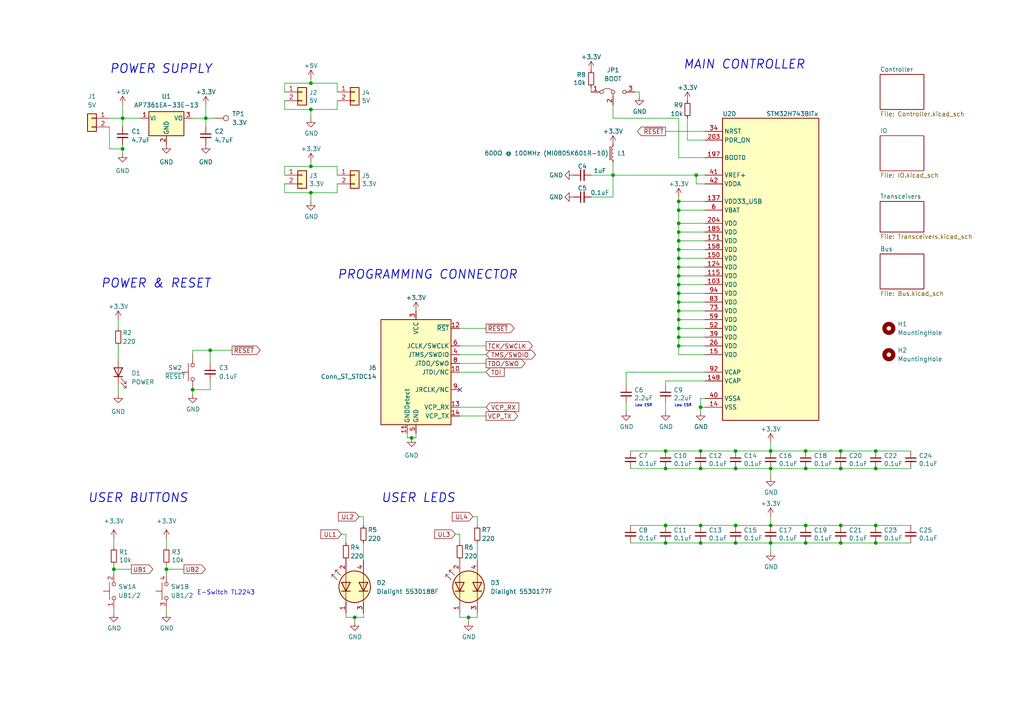
<source format=kicad_sch>
(kicad_sch (version 20230121) (generator eeschema)
  (paper "A4")
  (title_block (title "IVC-STH7") (rev "1"))
  (junction (at 201.93 50.8))
  (junction (at 203.2 118.11))
  (junction (at 196.85 77.47))
  (junction (at 196.85 80.01))
  (junction (at 135.89 179.07))
  (junction (at 48.26 165.1))
  (junction (at 203.2 152.4))
  (junction (at 196.85 92.71))
  (junction (at 203.2 130.81))
  (junction (at 254 152.4))
  (junction (at 119.38 127))
  (junction (at 223.52 157.48))
  (junction (at 177.8 50.8))
  (junction (at 90.17 31.75))
  (junction (at 213.36 157.48))
  (junction (at 193.04 135.89))
  (junction (at 196.85 58.42))
  (junction (at 233.68 130.81))
  (junction (at 196.85 97.79))
  (junction (at 213.36 152.4))
  (junction (at 243.84 135.89))
  (junction (at 233.68 135.89))
  (junction (at 35.56 43.18))
  (junction (at 223.52 135.89))
  (junction (at 196.85 67.31))
  (junction (at 196.85 82.55))
  (junction (at 213.36 130.81))
  (junction (at 233.68 152.4))
  (junction (at 193.04 130.81))
  (junction (at 223.52 152.4))
  (junction (at 196.85 90.17))
  (junction (at 193.04 152.4))
  (junction (at 196.85 72.39))
  (junction (at 196.85 60.96))
  (junction (at 196.85 74.93))
  (junction (at 90.17 24.13))
  (junction (at 196.85 64.77))
  (junction (at 196.85 100.33))
  (junction (at 254 157.48))
  (junction (at 196.85 69.85))
  (junction (at 213.36 135.89))
  (junction (at 196.85 95.25))
  (junction (at 59.69 34.29))
  (junction (at 243.84 130.81))
  (junction (at 243.84 157.48))
  (junction (at 233.68 157.48))
  (junction (at 203.2 135.89))
  (junction (at 102.87 179.07))
  (junction (at 196.85 87.63))
  (junction (at 203.2 157.48))
  (junction (at 243.84 152.4))
  (junction (at 90.17 48.26))
  (junction (at 223.52 130.81))
  (junction (at 90.17 55.88))
  (junction (at 193.04 157.48))
  (junction (at 35.56 34.29))
  (junction (at 254 135.89))
  (junction (at 55.88 113.03))
  (junction (at 60.96 101.6))
  (junction (at 196.85 85.09))
  (junction (at 33.02 165.1))
  (junction (at 254 130.81))
  (no_connect (at 133.35 113.03))
  (wire (pts (xy 133.35 154.94) (xy 133.35 157.48)))
  (wire (pts (xy 105.41 157.48) (xy 105.41 162.56)))
  (wire (pts (xy 203.2 152.4) (xy 213.36 152.4)))
  (wire (pts (xy 59.69 34.29) (xy 59.69 36.83)))
  (wire (pts (xy 182.88 130.81) (xy 193.04 130.81)))
  (wire (pts (xy 90.17 55.88) (xy 97.79 55.88)))
  (wire (pts (xy 254 130.81) (xy 264.16 130.81)))
  (wire (pts (xy 97.79 26.67) (xy 97.79 24.13)))
  (wire (pts (xy 171.45 57.15) (xy 177.8 57.15)))
  (wire (pts (xy 254 157.48) (xy 264.16 157.48)))
  (wire (pts (xy 82.55 31.75) (xy 82.55 29.21)))
  (wire (pts (xy 204.47 118.11) (xy 203.2 118.11)))
  (wire (pts (xy 193.04 130.81) (xy 203.2 130.81)))
  (wire (pts (xy 196.85 60.96) (xy 204.47 60.96)))
  (wire (pts (xy 196.85 92.71) (xy 196.85 90.17)))
  (wire (pts (xy 132.08 154.94) (xy 133.35 154.94)))
  (wire (pts (xy 133.35 102.87) (xy 140.97 102.87)))
  (wire (pts (xy 196.85 90.17) (xy 196.85 87.63)))
  (wire (pts (xy 204.47 100.33) (xy 196.85 100.33)))
  (wire (pts (xy 102.87 179.07) (xy 105.41 179.07)))
  (wire (pts (xy 196.85 87.63) (xy 204.47 87.63)))
  (wire (pts (xy 196.85 74.93) (xy 196.85 72.39)))
  (wire (pts (xy 90.17 48.26) (xy 90.17 46.99)))
  (wire (pts (xy 60.96 101.6) (xy 55.88 101.6)))
  (wire (pts (xy 203.2 157.48) (xy 213.36 157.48)))
  (wire (pts (xy 31.75 43.18) (xy 35.56 43.18)))
  (wire (pts (xy 133.35 120.65) (xy 140.97 120.65)))
  (wire (pts (xy 213.36 130.81) (xy 223.52 130.81)))
  (wire (pts (xy 118.11 127) (xy 119.38 127)))
  (wire (pts (xy 82.55 55.88) (xy 90.17 55.88)))
  (wire (pts (xy 243.84 135.89) (xy 254 135.89)))
  (wire (pts (xy 34.29 100.33) (xy 34.29 104.14)))
  (wire (pts (xy 196.85 82.55) (xy 196.85 80.01)))
  (wire (pts (xy 48.26 165.1) (xy 48.26 163.83)))
  (wire (pts (xy 223.52 149.86) (xy 223.52 152.4)))
  (wire (pts (xy 203.2 130.81) (xy 213.36 130.81)))
  (wire (pts (xy 55.88 34.29) (xy 59.69 34.29)))
  (wire (pts (xy 193.04 116.84) (xy 193.04 119.38)))
  (wire (pts (xy 133.35 105.41) (xy 140.97 105.41)))
  (wire (pts (xy 254 130.81) (xy 243.84 130.81)))
  (wire (pts (xy 33.02 165.1) (xy 33.02 163.83)))
  (wire (pts (xy 48.26 156.21) (xy 48.26 158.75)))
  (wire (pts (xy 133.35 179.07) (xy 135.89 179.07)))
  (wire (pts (xy 196.85 60.96) (xy 196.85 64.77)))
  (wire (pts (xy 196.85 72.39) (xy 196.85 69.85)))
  (wire (pts (xy 177.8 50.8) (xy 201.93 50.8)))
  (wire (pts (xy 33.02 165.1) (xy 33.02 166.37)))
  (wire (pts (xy 213.36 157.48) (xy 223.52 157.48)))
  (wire (pts (xy 193.04 110.49) (xy 193.04 111.76)))
  (wire (pts (xy 196.85 67.31) (xy 204.47 67.31)))
  (wire (pts (xy 243.84 157.48) (xy 254 157.48)))
  (wire (pts (xy 118.11 125.73) (xy 118.11 127)))
  (wire (pts (xy 35.56 41.91) (xy 35.56 43.18)))
  (wire (pts (xy 196.85 77.47) (xy 196.85 74.93)))
  (wire (pts (xy 102.87 180.34) (xy 102.87 179.07)))
  (wire (pts (xy 204.47 115.57) (xy 203.2 115.57)))
  (wire (pts (xy 67.31 101.6) (xy 60.96 101.6)))
  (wire (pts (xy 97.79 29.21) (xy 97.79 31.75)))
  (wire (pts (xy 100.33 177.8) (xy 100.33 179.07)))
  (wire (pts (xy 97.79 53.34) (xy 97.79 55.88)))
  (wire (pts (xy 138.43 177.8) (xy 138.43 179.07)))
  (wire (pts (xy 196.85 80.01) (xy 204.47 80.01)))
  (wire (pts (xy 90.17 34.29) (xy 90.17 31.75)))
  (wire (pts (xy 196.85 64.77) (xy 204.47 64.77)))
  (wire (pts (xy 55.88 101.6) (xy 55.88 102.87)))
  (wire (pts (xy 35.56 34.29) (xy 35.56 36.83)))
  (wire (pts (xy 196.85 34.29) (xy 196.85 45.72)))
  (wire (pts (xy 196.85 95.25) (xy 204.47 95.25)))
  (wire (pts (xy 196.85 72.39) (xy 204.47 72.39)))
  (wire (pts (xy 59.69 34.29) (xy 62.23 34.29)))
  (wire (pts (xy 105.41 149.86) (xy 105.41 152.4)))
  (wire (pts (xy 133.35 118.11) (xy 140.97 118.11)))
  (wire (pts (xy 31.75 36.83) (xy 31.75 43.18)))
  (wire (pts (xy 203.2 135.89) (xy 193.04 135.89)))
  (wire (pts (xy 138.43 157.48) (xy 138.43 162.56)))
  (wire (pts (xy 171.45 50.8) (xy 177.8 50.8)))
  (wire (pts (xy 243.84 130.81) (xy 233.68 130.81)))
  (wire (pts (xy 196.85 69.85) (xy 196.85 67.31)))
  (wire (pts (xy 203.2 135.89) (xy 213.36 135.89)))
  (wire (pts (xy 82.55 55.88) (xy 82.55 53.34)))
  (wire (pts (xy 196.85 85.09) (xy 204.47 85.09)))
  (wire (pts (xy 55.88 113.03) (xy 55.88 114.3)))
  (wire (pts (xy 196.85 57.15) (xy 196.85 58.42)))
  (wire (pts (xy 35.56 34.29) (xy 40.64 34.29)))
  (wire (pts (xy 204.47 107.95) (xy 181.61 107.95)))
  (wire (pts (xy 48.26 176.53) (xy 48.26 177.8)))
  (wire (pts (xy 181.61 107.95) (xy 181.61 111.76)))
  (wire (pts (xy 177.8 34.29) (xy 177.8 30.48)))
  (wire (pts (xy 120.65 125.73) (xy 120.65 127)))
  (wire (pts (xy 233.68 157.48) (xy 243.84 157.48)))
  (wire (pts (xy 137.16 149.86) (xy 138.43 149.86)))
  (wire (pts (xy 201.93 53.34) (xy 204.47 53.34)))
  (wire (pts (xy 100.33 154.94) (xy 100.33 157.48)))
  (wire (pts (xy 213.36 135.89) (xy 223.52 135.89)))
  (wire (pts (xy 196.85 85.09) (xy 196.85 82.55)))
  (wire (pts (xy 196.85 67.31) (xy 196.85 64.77)))
  (wire (pts (xy 90.17 48.26) (xy 97.79 48.26)))
  (wire (pts (xy 196.85 77.47) (xy 204.47 77.47)))
  (wire (pts (xy 33.02 156.21) (xy 33.02 158.75)))
  (wire (pts (xy 82.55 24.13) (xy 90.17 24.13)))
  (wire (pts (xy 135.89 180.34) (xy 135.89 179.07)))
  (wire (pts (xy 243.84 152.4) (xy 233.68 152.4)))
  (wire (pts (xy 204.47 110.49) (xy 193.04 110.49)))
  (wire (pts (xy 60.96 101.6) (xy 60.96 105.41)))
  (wire (pts (xy 204.47 50.8) (xy 201.93 50.8)))
  (wire (pts (xy 177.8 34.29) (xy 196.85 34.29)))
  (wire (pts (xy 254 135.89) (xy 264.16 135.89)))
  (wire (pts (xy 90.17 24.13) (xy 97.79 24.13)))
  (wire (pts (xy 171.45 25.4) (xy 171.45 26.67)))
  (wire (pts (xy 105.41 177.8) (xy 105.41 179.07)))
  (wire (pts (xy 203.2 118.11) (xy 203.2 119.38)))
  (wire (pts (xy 82.55 48.26) (xy 82.55 50.8)))
  (wire (pts (xy 203.2 115.57) (xy 203.2 118.11)))
  (wire (pts (xy 177.8 46.99) (xy 177.8 50.8)))
  (wire (pts (xy 223.52 157.48) (xy 233.68 157.48)))
  (wire (pts (xy 196.85 74.93) (xy 204.47 74.93)))
  (wire (pts (xy 34.29 111.76) (xy 34.29 114.3)))
  (wire (pts (xy 193.04 152.4) (xy 203.2 152.4)))
  (wire (pts (xy 196.85 60.96) (xy 196.85 58.42)))
  (wire (pts (xy 100.33 179.07) (xy 102.87 179.07)))
  (wire (pts (xy 138.43 149.86) (xy 138.43 152.4)))
  (wire (pts (xy 204.47 40.64) (xy 199.39 40.64)))
  (wire (pts (xy 193.04 157.48) (xy 182.88 157.48)))
  (wire (pts (xy 185.42 27.94) (xy 185.42 26.67)))
  (wire (pts (xy 199.39 34.29) (xy 199.39 40.64)))
  (wire (pts (xy 223.52 130.81) (xy 233.68 130.81)))
  (wire (pts (xy 196.85 87.63) (xy 196.85 85.09)))
  (wire (pts (xy 97.79 50.8) (xy 97.79 48.26)))
  (wire (pts (xy 196.85 100.33) (xy 196.85 97.79)))
  (wire (pts (xy 90.17 58.42) (xy 90.17 55.88)))
  (wire (pts (xy 223.52 135.89) (xy 233.68 135.89)))
  (wire (pts (xy 193.04 135.89) (xy 182.88 135.89)))
  (wire (pts (xy 196.85 92.71) (xy 204.47 92.71)))
  (wire (pts (xy 120.65 127) (xy 119.38 127)))
  (wire (pts (xy 35.56 43.18) (xy 35.56 44.45)))
  (wire (pts (xy 133.35 100.33) (xy 140.97 100.33)))
  (wire (pts (xy 177.8 50.8) (xy 177.8 57.15)))
  (wire (pts (xy 196.85 69.85) (xy 204.47 69.85)))
  (wire (pts (xy 196.85 80.01) (xy 196.85 77.47)))
  (wire (pts (xy 196.85 97.79) (xy 204.47 97.79)))
  (wire (pts (xy 33.02 176.53) (xy 33.02 177.8)))
  (wire (pts (xy 60.96 113.03) (xy 55.88 113.03)))
  (wire (pts (xy 82.55 31.75) (xy 90.17 31.75)))
  (wire (pts (xy 233.68 135.89) (xy 243.84 135.89)))
  (wire (pts (xy 223.52 135.89) (xy 223.52 138.43)))
  (wire (pts (xy 31.75 34.29) (xy 35.56 34.29)))
  (wire (pts (xy 223.52 152.4) (xy 233.68 152.4)))
  (wire (pts (xy 196.85 95.25) (xy 196.85 92.71)))
  (wire (pts (xy 204.47 102.87) (xy 196.85 102.87)))
  (wire (pts (xy 38.1 165.1) (xy 33.02 165.1)))
  (wire (pts (xy 196.85 90.17) (xy 204.47 90.17)))
  (wire (pts (xy 135.89 179.07) (xy 138.43 179.07)))
  (wire (pts (xy 133.35 107.95) (xy 140.97 107.95)))
  (wire (pts (xy 185.42 26.67) (xy 184.15 26.67)))
  (wire (pts (xy 53.34 165.1) (xy 48.26 165.1)))
  (wire (pts (xy 196.85 82.55) (xy 204.47 82.55)))
  (wire (pts (xy 182.88 152.4) (xy 193.04 152.4)))
  (wire (pts (xy 201.93 50.8) (xy 201.93 53.34)))
  (wire (pts (xy 48.26 165.1) (xy 48.26 166.37)))
  (wire (pts (xy 254 152.4) (xy 243.84 152.4)))
  (wire (pts (xy 254 152.4) (xy 264.16 152.4)))
  (wire (pts (xy 59.69 30.48) (xy 59.69 34.29)))
  (wire (pts (xy 34.29 92.71) (xy 34.29 95.25)))
  (wire (pts (xy 60.96 110.49) (xy 60.96 113.03)))
  (wire (pts (xy 223.52 157.48) (xy 223.52 160.02)))
  (wire (pts (xy 196.85 45.72) (xy 204.47 45.72)))
  (wire (pts (xy 196.85 100.33) (xy 196.85 102.87)))
  (wire (pts (xy 82.55 48.26) (xy 90.17 48.26)))
  (wire (pts (xy 213.36 152.4) (xy 223.52 152.4)))
  (wire (pts (xy 133.35 95.25) (xy 140.97 95.25)))
  (wire (pts (xy 104.14 149.86) (xy 105.41 149.86)))
  (wire (pts (xy 223.52 128.27) (xy 223.52 130.81)))
  (wire (pts (xy 90.17 31.75) (xy 97.79 31.75)))
  (wire (pts (xy 133.35 177.8) (xy 133.35 179.07)))
  (wire (pts (xy 82.55 24.13) (xy 82.55 26.67)))
  (wire (pts (xy 90.17 24.13) (xy 90.17 22.86)))
  (wire (pts (xy 181.61 116.84) (xy 181.61 119.38)))
  (wire (pts (xy 99.06 154.94) (xy 100.33 154.94)))
  (wire (pts (xy 203.2 157.48) (xy 193.04 157.48)))
  (wire (pts (xy 196.85 97.79) (xy 196.85 95.25)))
  (wire (pts (xy 193.04 38.1) (xy 204.47 38.1)))
  (wire (pts (xy 35.56 30.48) (xy 35.56 34.29)))
  (wire (pts (xy 196.85 58.42) (xy 204.47 58.42)))
  (text "MAIN CONTROLLER\n" (at 198.12 20.32 0) (effects (font (size 2.56 2.56) (thickness 0.254) bold italic) (justify left bottom)))
  (text "POWER SUPPLY" (at 31.75 21.59 0) (effects (font (size 2.56 2.56) (thickness 0.254) bold italic) (justify left bottom)))
  (text "POWER & RESET\n" (at 29.21 83.82 0) (effects (font (size 2.56 2.56) (thickness 0.254) bold italic) (justify left bottom)))
  (text "USER BUTTONS" (at 25.4 146.05 0) (effects (font (size 2.56 2.56) (thickness 0.254) bold italic) (justify left bottom)))
  (text "PROGRAMMING CONNECTOR\n" (at 97.79 81.28 0) (effects (font (size 2.56 2.56) (thickness 0.254) bold italic) (justify left bottom)))
  (text "USER LEDS" (at 110.49 146.05 0) (effects (font (size 2.56 2.56) (thickness 0.254) bold italic) (justify left bottom)))
  (text "E-Switch TL2243" (at 57.15 172.72 0) (effects (font (size 1.27 1.27)) (justify left bottom)))
  (text "Low ESR" (at 195.58 118.11 0) (effects (font (size 0.762 0.762)) (justify left bottom)))
  (text "Low ESR" (at 184.15 118.11 0) (effects (font (size 0.762 0.762)) (justify left bottom)))
  (global_label "UB1" (shape output) (at 38.1 165.1 0) (property "Intersheetrefs" "${INTERSHEET_REFS}" (effects hide)))
  (global_label "VCP_RX" (shape input) (at 140.97 118.11 0) (property "Intersheetrefs" "${INTERSHEET_REFS}" (effects hide)))
  (global_label "~{RESET}" (shape output) (at 193.04 38.1 180) (property "Intersheetrefs" "${INTERSHEET_REFS}" (effects hide)))
  (global_label "TDI" (shape input) (at 140.97 107.95 0) (property "Intersheetrefs" "${INTERSHEET_REFS}" (effects hide)))
  (global_label "UB2" (shape output) (at 53.34 165.1 0) (property "Intersheetrefs" "${INTERSHEET_REFS}" (effects hide)))
  (global_label "~{RESET}" (shape output) (at 140.97 95.25 0) (property "Intersheetrefs" "${INTERSHEET_REFS}" (effects hide)))
  (global_label "TMS{slash}SWDIO" (shape bidirectional) (at 140.97 102.87 0) (property "Intersheetrefs" "${INTERSHEET_REFS}" (effects hide)))
  (global_label "VCP_TX" (shape output) (at 140.97 120.65 0) (property "Intersheetrefs" "${INTERSHEET_REFS}" (effects hide)))
  (global_label "TCK{slash}SWCLK" (shape output) (at 140.97 100.33 0) (property "Intersheetrefs" "${INTERSHEET_REFS}" (effects hide)))
  (global_label "UL4" (shape input) (at 137.16 149.86 180) (property "Intersheetrefs" "${INTERSHEET_REFS}" (effects hide)))
  (global_label "UL3" (shape input) (at 132.08 154.94 180) (property "Intersheetrefs" "${INTERSHEET_REFS}" (effects hide)))
  (global_label "~{RESET}" (shape output) (at 67.31 101.6 0) (property "Intersheetrefs" "${INTERSHEET_REFS}" (effects hide)))
  (global_label "UL1" (shape input) (at 99.06 154.94 180) (property "Intersheetrefs" "${INTERSHEET_REFS}" (effects hide)))
  (global_label "UL2" (shape input) (at 104.14 149.86 180) (property "Intersheetrefs" "${INTERSHEET_REFS}" (effects hide)))
  (global_label "TDO{slash}SWO" (shape output) (at 140.97 105.41 0) (property "Intersheetrefs" "${INTERSHEET_REFS}" (effects hide)))
  (symbol (lib_id "Device:C_Small") (at 60.96 107.95 0) (unit 1)
    (property "Reference" "C3" (at 63.5 106.68 0) (effects (justify left)))
    (property "Value" "0.1uF" (at 63.5 109.22 0) (effects (justify left)))
    (property "Footprint" "Capacitor_SMD:C_0805_2012Metric_Pad1.18x1.45mm_HandSolder" (effects hide))
  )
  (symbol (lib_id "Device:R_Small") (at 133.35 160.02 0) (unit 1)
    (property "Reference" "R6" (at 134.62 158.75 0) (effects (justify left)))
    (property "Value" "220" (at 134.62 161.29 0) (effects (justify left)))
    (property "Footprint" "Resistor_SMD:R_0805_2012Metric_Pad1.20x1.40mm_HandSolder" (effects hide))
  )
  (symbol (lib_id "Device:LED_Dual_KAKA") (at 102.87 170.18 90) (unit 1)
    (property "Reference" "D2" (at 109.22 169.037 90) (effects (justify right)))
    (property "Value" "Dialight 5530188F" (at 109.22 171.577 90) (effects (justify right)))
    (property "Footprint" "Computie_Miscellaneous:Dialight 553-0xxxF" (effects hide))
  )
  (symbol (lib_id "Device:C_Small") (at 168.91 50.8 90) (unit 1)
    (property "Reference" "C4" (at 168.91 48.26 90))
    (property "Value" "1uF" (at 173.99 49.53 90))
    (property "Footprint" "Capacitor_SMD:C_0805_2012Metric_Pad1.18x1.45mm_HandSolder" (effects hide))
  )
  (symbol (lib_id "Device:C_Small") (at 233.68 133.35 0) (unit 1)
    (property "Reference" "C18" (at 236.0168 132.1816 0) (effects (justify left)))
    (property "Value" "0.1uF" (at 236.0168 134.493 0) (effects (justify left)))
    (property "Footprint" "Capacitor_SMD:C_0805_2012Metric_Pad1.18x1.45mm_HandSolder" (effects hide))
  )
  (symbol (lib_id "Device:R_Small") (at 48.26 161.29 0) (unit 1)
    (property "Reference" "R3" (at 49.7586 160.1216 0) (effects (justify left)))
    (property "Value" "10k" (at 49.7586 162.433 0) (effects (justify left)))
    (property "Footprint" "Resistor_SMD:R_0805_2012Metric_Pad1.20x1.40mm_HandSolder" (effects hide))
  )
  (symbol (lib_id "Computie_Microcontrollers:STM32H743BITx") (at 223.52 76.2 0) (unit 4)
    (property "Reference" "U2" (at 209.55 33.02 0) (effects (justify left)))
    (property "Value" "STM32H743BITx" (at 222.25 33.02 0) (effects (justify left)))
    (property "Footprint" "Package_QFP:LQFP-208_28x28mm_P0.5mm" (effects hide))
    (property "Datasheet" "https://www.st.com/resource/en/datasheet/stm32h743bi.pdf" (effects hide))
  )
  (symbol (lib_id "power:+3.3V") (at 59.69 30.48 0) (unit 1)
    (property "Reference" "#PWR011" (effects hide))
    (property "Value" "+3.3V" (at 59.69 26.67 0))
  )
  (symbol (lib_id "power:GND") (at 223.52 160.02 0) (unit 1)
    (property "Reference" "#PWR034" (effects hide))
    (property "Value" "GND" (at 223.647 164.4142 0))
  )
  (symbol (lib_id "Mechanical:MountingHole") (at 257.81 102.87 0) (unit 1)
    (property "Reference" "H2" (at 260.35 101.6 0) (effects (justify left)))
    (property "Value" "MountingHole" (at 260.35 104.14 0) (effects (justify left)))
    (property "Footprint" "MountingHole:MountingHole_2.7mm_M2.5_DIN965" (effects hide))
  )
  (symbol (lib_id "Device:R_Small") (at 100.33 160.02 0) (unit 1)
    (property "Reference" "R4" (at 101.6 158.75 0) (effects (justify left)))
    (property "Value" "220" (at 101.6 161.29 0) (effects (justify left)))
    (property "Footprint" "Resistor_SMD:R_0805_2012Metric_Pad1.20x1.40mm_HandSolder" (effects hide))
  )
  (symbol (lib_id "Device:C_Small") (at 254 133.35 0) (unit 1)
    (property "Reference" "C22" (at 256.3368 132.1816 0) (effects (justify left)))
    (property "Value" "0.1uF" (at 256.3368 134.493 0) (effects (justify left)))
    (property "Footprint" "Capacitor_SMD:C_0805_2012Metric_Pad1.18x1.45mm_HandSolder" (effects hide))
  )
  (symbol (lib_id "power:+3.3V") (at 223.52 128.27 0) (unit 1)
    (property "Reference" "#PWR031" (effects hide))
    (property "Value" "+3.3V" (at 223.52 124.46 0))
  )
  (symbol (lib_id "Connector_Generic:Conn_01x02") (at 102.87 50.8 0) (unit 1)
    (property "Reference" "J5" (at 104.902 51.0032 0) (effects (justify left)))
    (property "Value" "3.3V" (at 104.902 53.3146 0) (effects (justify left)))
    (property "Footprint" "Connector_PinHeader_2.54mm:PinHeader_1x02_P2.54mm_Vertical" (effects hide))
  )
  (symbol (lib_id "Device:C_Small") (at 264.16 154.94 0) (unit 1)
    (property "Reference" "C25" (at 266.4968 153.7716 0) (effects (justify left)))
    (property "Value" "0.1uF" (at 266.4968 156.083 0) (effects (justify left)))
    (property "Footprint" "Capacitor_SMD:C_0805_2012Metric_Pad1.18x1.45mm_HandSolder" (effects hide))
  )
  (symbol (lib_id "Switch:SW_Push_Dual_x2") (at 33.02 171.45 90) (unit 1)
    (property "Reference" "SW1" (at 34.29 170.18 90) (effects (justify right)))
    (property "Value" "UB1/2" (at 34.29 172.72 90) (effects (justify right)))
    (property "Footprint" "Computie_Miscellaneous:E-Switch TL2243" (effects hide))
  )
  (symbol (lib_id "Device:R_Small") (at 171.45 22.86 0) (mirror y) (unit 1)
    (property "Reference" "R8" (at 169.9514 21.6916 0) (effects (justify left)))
    (property "Value" "10k" (at 169.9514 24.003 0) (effects (justify left)))
    (property "Footprint" "Resistor_SMD:R_0805_2012Metric_Pad1.20x1.40mm_HandSolder" (effects hide))
  )
  (symbol (lib_id "Device:R_Small") (at 34.29 97.79 0) (unit 1)
    (property "Reference" "R2" (at 35.56 96.52 0) (effects (justify left)))
    (property "Value" "220" (at 35.56 99.06 0) (effects (justify left)))
    (property "Footprint" "Resistor_SMD:R_0805_2012Metric_Pad1.20x1.40mm_HandSolder" (effects hide))
  )
  (symbol (lib_id "Device:C_Small") (at 181.61 114.3 0) (unit 1)
    (property "Reference" "C6" (at 183.9468 113.1316 0) (effects (justify left)))
    (property "Value" "2.2uF" (at 183.9468 115.443 0) (effects (justify left)))
    (property "Footprint" "Capacitor_SMD:C_0805_2012Metric_Pad1.18x1.45mm_HandSolder" (effects hide))
  )
  (symbol (lib_id "power:+3.3V") (at 171.45 20.32 0) (unit 1)
    (property "Reference" "#PWR023" (effects hide))
    (property "Value" "+3.3V" (at 171.45 16.51 0))
  )
  (symbol (lib_id "Connector:TestPoint") (at 62.23 34.29 270) (unit 1)
    (property "Reference" "TP1" (at 67.31 33.02 90) (effects (justify left)))
    (property "Value" "3.3V" (at 67.31 35.56 90) (effects (justify left)))
    (property "Footprint" "TestPoint:TestPoint_THTPad_2.0x2.0mm_Drill1.0mm" (effects hide))
  )
  (symbol (lib_id "power:GND") (at 193.04 119.38 0) (unit 1)
    (property "Reference" "#PWR027" (effects hide))
    (property "Value" "GND" (at 193.167 123.7742 0))
  )
  (symbol (lib_id "power:+5V") (at 35.56 30.48 0) (unit 1)
    (property "Reference" "#PWR05" (effects hide))
    (property "Value" "+5V" (at 35.56 26.67 0))
  )
  (symbol (lib_id "Connector_Generic:Conn_01x02") (at 87.63 26.67 0) (unit 1)
    (property "Reference" "J2" (at 89.662 26.8732 0) (effects (justify left)))
    (property "Value" "5V" (at 89.662 29.1846 0) (effects (justify left)))
    (property "Footprint" "Connector_PinHeader_2.54mm:PinHeader_1x02_P2.54mm_Vertical" (effects hide))
  )
  (symbol (lib_id "Device:C_Small") (at 168.91 57.15 90) (unit 1)
    (property "Reference" "C5" (at 168.91 54.61 90))
    (property "Value" "0.1uF" (at 173.99 55.88 90))
    (property "Footprint" "Capacitor_SMD:C_0805_2012Metric_Pad1.18x1.45mm_HandSolder" (effects hide))
  )
  (symbol (lib_id "Connector_Generic:Conn_01x02") (at 102.87 26.67 0) (unit 1)
    (property "Reference" "J4" (at 104.902 26.8732 0) (effects (justify left)))
    (property "Value" "5V" (at 104.902 29.1846 0) (effects (justify left)))
    (property "Footprint" "Connector_PinHeader_2.54mm:PinHeader_1x02_P2.54mm_Vertical" (effects hide))
  )
  (symbol (lib_id "Device:C_Small") (at 203.2 154.94 0) (unit 1)
    (property "Reference" "C13" (at 205.5368 153.7716 0) (effects (justify left)))
    (property "Value" "0.1uF" (at 205.5368 156.083 0) (effects (justify left)))
    (property "Footprint" "Capacitor_SMD:C_0805_2012Metric_Pad1.18x1.45mm_HandSolder" (effects hide))
  )
  (symbol (lib_id "Device:C_Small") (at 182.88 154.94 0) (unit 1)
    (property "Reference" "C8" (at 185.2168 153.7716 0) (effects (justify left)))
    (property "Value" "0.1uF" (at 185.2168 156.083 0) (effects (justify left)))
    (property "Footprint" "Capacitor_SMD:C_0805_2012Metric_Pad1.18x1.45mm_HandSolder" (effects hide))
  )
  (symbol (lib_id "power:+3.3V") (at 48.26 156.21 0) (unit 1)
    (property "Reference" "#PWR08" (effects hide))
    (property "Value" "+3.3V" (at 48.26 151.13 0))
  )
  (symbol (lib_id "power:GND") (at 102.87 180.34 0) (unit 1)
    (property "Reference" "#PWR017" (effects hide))
    (property "Value" "GND" (at 102.997 184.7342 0))
  )
  (symbol (lib_id "power:+3.3V") (at 199.39 29.21 0) (unit 1)
    (property "Reference" "#PWR029" (effects hide))
    (property "Value" "+3.3V" (at 199.39 25.4 0))
  )
  (symbol (lib_id "power:GND") (at 185.42 27.94 0) (unit 1)
    (property "Reference" "#PWR026" (effects hide))
    (property "Value" "GND" (at 185.547 32.3342 0))
  )
  (symbol (lib_id "Device:C_Small") (at 254 154.94 0) (unit 1)
    (property "Reference" "C23" (at 256.3368 153.7716 0) (effects (justify left)))
    (property "Value" "0.1uF" (at 256.3368 156.083 0) (effects (justify left)))
    (property "Footprint" "Capacitor_SMD:C_0805_2012Metric_Pad1.18x1.45mm_HandSolder" (effects hide))
  )
  (symbol (lib_id "Connector:Conn_ST_STDC14") (at 120.65 107.95 0) (unit 1)
    (property "Reference" "J6" (at 109.22 106.68 0) (effects (justify right)))
    (property "Value" "Conn_ST_STDC14" (at 109.22 109.22 0) (effects (justify right)))
    (property "Footprint" "Connector_PinHeader_1.27mm:PinHeader_2x07_P1.27mm_Vertical_SMD" (effects hide))
    (property "Datasheet" "https://www.st.com/content/ccc/resource/technical/document/user_manual/group1/99/49/91/b6/b2/3a/46/e5/DM00526767/files/DM00526767.pdf/jcr:content/translations/en.DM00526767.pdf" (effects hide))
  )
  (symbol (lib_id "power:GND") (at 181.61 119.38 0) (unit 1)
    (property "Reference" "#PWR025" (effects hide))
    (property "Value" "GND" (at 181.737 123.7742 0))
  )
  (symbol (lib_id "Device:C_Small") (at 243.84 154.94 0) (unit 1)
    (property "Reference" "C21" (at 246.1768 153.7716 0) (effects (justify left)))
    (property "Value" "0.1uF" (at 246.1768 156.083 0) (effects (justify left)))
    (property "Footprint" "Capacitor_SMD:C_0805_2012Metric_Pad1.18x1.45mm_HandSolder" (effects hide))
  )
  (symbol (lib_id "power:+5V") (at 90.17 22.86 0) (unit 1)
    (property "Reference" "#PWR013" (effects hide))
    (property "Value" "+5V" (at 90.17 19.05 0))
  )
  (symbol (lib_id "power:GND") (at 203.2 119.38 0) (unit 1)
    (property "Reference" "#PWR030" (effects hide))
    (property "Value" "GND" (at 203.327 123.7742 0))
  )
  (symbol (lib_id "Device:C_Small") (at 193.04 133.35 0) (unit 1)
    (property "Reference" "C10" (at 195.3768 132.1816 0) (effects (justify left)))
    (property "Value" "0.1uF" (at 195.3768 134.493 0) (effects (justify left)))
    (property "Footprint" "Capacitor_SMD:C_0805_2012Metric_Pad1.18x1.45mm_HandSolder" (effects hide))
  )
  (symbol (lib_id "power:GND") (at 34.29 114.3 0) (unit 1)
    (property "Reference" "#PWR04" (effects hide))
    (property "Value" "GND" (at 34.29 119.38 0))
  )
  (symbol (lib_id "power:GND") (at 33.02 177.8 0) (unit 1)
    (property "Reference" "#PWR02" (effects hide))
    (property "Value" "GND" (at 33.147 182.1942 0))
  )
  (symbol (lib_id "power:GND") (at 119.38 127 0) (unit 1)
    (property "Reference" "#PWR018" (effects hide))
    (property "Value" "GND" (at 119.38 132.08 0))
  )
  (symbol (lib_id "Device:R_Small") (at 105.41 154.94 0) (unit 1)
    (property "Reference" "R5" (at 106.68 153.67 0) (effects (justify left)))
    (property "Value" "220" (at 106.68 156.21 0) (effects (justify left)))
    (property "Footprint" "Resistor_SMD:R_0805_2012Metric_Pad1.20x1.40mm_HandSolder" (effects hide))
  )
  (symbol (lib_id "Device:C_Small") (at 213.36 154.94 0) (unit 1)
    (property "Reference" "C15" (at 215.6968 153.7716 0) (effects (justify left)))
    (property "Value" "0.1uF" (at 215.6968 156.083 0) (effects (justify left)))
    (property "Footprint" "Capacitor_SMD:C_0805_2012Metric_Pad1.18x1.45mm_HandSolder" (effects hide))
  )
  (symbol (lib_id "Switch:SW_Push_Dual_x2") (at 48.26 171.45 90) (unit 2)
    (property "Reference" "SW1" (at 49.53 170.18 90) (effects (justify right)))
    (property "Value" "UB1/2" (at 49.53 172.72 90) (effects (justify right)))
    (property "Footprint" "Computie_Miscellaneous:E-Switch TL2243" (effects hide))
  )
  (symbol (lib_id "Device:C_Small") (at 182.88 133.35 0) (unit 1)
    (property "Reference" "C7" (at 185.2168 132.1816 0) (effects (justify left)))
    (property "Value" "0.1uF" (at 185.2168 134.493 0) (effects (justify left)))
    (property "Footprint" "Capacitor_SMD:C_0805_2012Metric_Pad1.18x1.45mm_HandSolder" (effects hide))
  )
  (symbol (lib_id "power:GND") (at 90.17 34.29 0) (unit 1)
    (property "Reference" "#PWR014" (effects hide))
    (property "Value" "GND" (at 90.297 38.6842 0))
  )
  (symbol (lib_id "Device:C_Small") (at 59.69 39.37 0) (unit 1)
    (property "Reference" "C2" (at 62.23 38.1 0) (effects (justify left)))
    (property "Value" "4.7uF" (at 62.23 40.64 0) (effects (justify left)))
    (property "Footprint" "Capacitor_SMD:C_1206_3216Metric_Pad1.33x1.80mm_HandSolder" (effects hide))
  )
  (symbol (lib_id "power:GND") (at 166.37 57.15 270) (unit 1)
    (property "Reference" "#PWR022" (effects hide))
    (property "Value" "GND" (at 161.29 57.15 90))
  )
  (symbol (lib_id "Mechanical:MountingHole") (at 257.81 95.25 0) (unit 1)
    (property "Reference" "H1" (at 260.35 93.98 0) (effects (justify left)))
    (property "Value" "MountingHole" (at 260.35 96.52 0) (effects (justify left)))
    (property "Footprint" "MountingHole:MountingHole_2.7mm_M2.5_DIN965" (effects hide))
  )
  (symbol (lib_id "Device:C_Small") (at 233.68 154.94 0) (unit 1)
    (property "Reference" "C19" (at 236.0168 153.7716 0) (effects (justify left)))
    (property "Value" "0.1uF" (at 236.0168 156.083 0) (effects (justify left)))
    (property "Footprint" "Capacitor_SMD:C_0805_2012Metric_Pad1.18x1.45mm_HandSolder" (effects hide))
  )
  (symbol (lib_id "Jumper:Jumper_3_Bridged12") (at 177.8 26.67 0) (unit 1)
    (property "Reference" "JP1" (at 177.8 20.32 0))
    (property "Value" "BOOT" (at 177.8 22.86 0))
    (property "Footprint" "Connector_PinHeader_2.54mm:PinHeader_1x03_P2.54mm_Vertical" (effects hide))
  )
  (symbol (lib_id "power:GND") (at 90.17 58.42 0) (unit 1)
    (property "Reference" "#PWR016" (effects hide))
    (property "Value" "GND" (at 90.297 62.8142 0))
  )
  (symbol (lib_id "power:+3.3V") (at 120.65 90.17 0) (unit 1)
    (property "Reference" "#PWR019" (effects hide))
    (property "Value" "+3.3V" (at 120.65 86.36 0))
  )
  (symbol (lib_id "Regulator_Linear:AP7361C-33E") (at 48.26 34.29 0) (unit 1)
    (property "Reference" "U1" (at 48.26 27.94 0))
    (property "Value" "AP7361EA-33E-13" (at 48.26 30.48 0))
    (property "Footprint" "Package_TO_SOT_SMD:SOT-223" (effects hide))
    (property "Datasheet" "https://www.diodes.com/assets/Datasheets/AP7361C.pdf" (effects hide))
  )
  (symbol (lib_id "Switch:SW_Push") (at 55.88 107.95 90) (unit 1)
    (property "Reference" "SW2" (at 50.8 106.68 90))
    (property "Value" "~{RESET}" (at 50.8 109.22 90))
    (property "Footprint" "Button_Switch_THT:SW_PUSH_6mm" (effects hide))
  )
  (symbol (lib_id "power:GND") (at 48.26 177.8 0) (unit 1)
    (property "Reference" "#PWR09" (effects hide))
    (property "Value" "GND" (at 48.387 182.1942 0))
  )
  (symbol (lib_id "Device:L_Ferrite_Small") (at 177.8 44.45 180) (unit 1)
    (property "Reference" "L1" (at 179.07 44.45 0) (effects (justify right)))
    (property "Value" "600Ω @ 100MHz (MI0805K601R-10)" (at 176.53 44.45 0) (effects (justify left)))
    (property "Footprint" "PCM_Ferrite_SMD_Handsoldering_AKL:Ferrite_0805_2012Metric_Pad1.15x1.40mm_BigPads" (effects hide))
  )
  (symbol (lib_id "Device:R_Small") (at 33.02 161.29 0) (unit 1)
    (property "Reference" "R1" (at 34.5186 160.1216 0) (effects (justify left)))
    (property "Value" "10k" (at 34.5186 162.433 0) (effects (justify left)))
    (property "Footprint" "Resistor_SMD:R_0805_2012Metric_Pad1.20x1.40mm_HandSolder" (effects hide))
  )
  (symbol (lib_id "Device:R_Small") (at 138.43 154.94 0) (unit 1)
    (property "Reference" "R7" (at 139.7 153.67 0) (effects (justify left)))
    (property "Value" "220" (at 139.7 156.21 0) (effects (justify left)))
    (property "Footprint" "Resistor_SMD:R_0805_2012Metric_Pad1.20x1.40mm_HandSolder" (effects hide))
  )
  (symbol (lib_id "Device:C_Small") (at 223.52 133.35 0) (unit 1)
    (property "Reference" "C16" (at 225.8568 132.1816 0) (effects (justify left)))
    (property "Value" "0.1uF" (at 225.8568 134.493 0) (effects (justify left)))
    (property "Footprint" "Capacitor_SMD:C_0805_2012Metric_Pad1.18x1.45mm_HandSolder" (effects hide))
  )
  (symbol (lib_id "power:GND") (at 59.69 41.91 0) (unit 1)
    (property "Reference" "#PWR012" (effects hide))
    (property "Value" "GND" (at 59.69 46.99 0))
  )
  (symbol (lib_id "power:GND") (at 135.89 180.34 0) (unit 1)
    (property "Reference" "#PWR020" (effects hide))
    (property "Value" "GND" (at 136.017 184.7342 0))
  )
  (symbol (lib_id "Connector_Generic:Conn_01x02") (at 26.67 34.29 0) (mirror y) (unit 1)
    (property "Reference" "J1" (at 26.67 27.94 0))
    (property "Value" "5V" (at 26.67 30.48 0))
    (property "Footprint" "Connector_PinHeader_2.54mm:PinHeader_1x02_P2.54mm_Vertical" (effects hide))
  )
  (symbol (lib_id "Device:C_Small") (at 193.04 114.3 0) (unit 1)
    (property "Reference" "C9" (at 195.3768 113.1316 0) (effects (justify left)))
    (property "Value" "2.2uF" (at 195.3768 115.443 0) (effects (justify left)))
    (property "Footprint" "Capacitor_SMD:C_0805_2012Metric_Pad1.18x1.45mm_HandSolder" (effects hide))
  )
  (symbol (lib_id "power:GND") (at 48.26 41.91 0) (unit 1)
    (property "Reference" "#PWR07" (effects hide))
    (property "Value" "GND" (at 48.26 46.99 0))
  )
  (symbol (lib_id "power:+3.3V") (at 90.17 46.99 0) (unit 1)
    (property "Reference" "#PWR015" (effects hide))
    (property "Value" "+3.3V" (at 90.17 43.18 0))
  )
  (symbol (lib_id "power:GND") (at 166.37 50.8 270) (unit 1)
    (property "Reference" "#PWR021" (effects hide))
    (property "Value" "GND" (at 161.29 50.8 90))
  )
  (symbol (lib_id "power:GND") (at 55.88 114.3 0) (unit 1)
    (property "Reference" "#PWR010" (effects hide))
    (property "Value" "GND" (at 56.007 118.6942 0))
  )
  (symbol (lib_id "Device:C_Small") (at 203.2 133.35 0) (unit 1)
    (property "Reference" "C12" (at 205.5368 132.1816 0) (effects (justify left)))
    (property "Value" "0.1uF" (at 205.5368 134.493 0) (effects (justify left)))
    (property "Footprint" "Capacitor_SMD:C_0805_2012Metric_Pad1.18x1.45mm_HandSolder" (effects hide))
  )
  (symbol (lib_id "power:GND") (at 223.52 138.43 0) (unit 1)
    (property "Reference" "#PWR032" (effects hide))
    (property "Value" "GND" (at 223.647 142.8242 0))
  )
  (symbol (lib_id "Device:C_Small") (at 213.36 133.35 0) (unit 1)
    (property "Reference" "C14" (at 215.6968 132.1816 0) (effects (justify left)))
    (property "Value" "0.1uF" (at 215.6968 134.493 0) (effects (justify left)))
    (property "Footprint" "Capacitor_SMD:C_0805_2012Metric_Pad1.18x1.45mm_HandSolder" (effects hide))
  )
  (symbol (lib_id "power:+3.3V") (at 34.29 92.71 0) (unit 1)
    (property "Reference" "#PWR03" (effects hide))
    (property "Value" "+3.3V" (at 34.29 88.9 0))
  )
  (symbol (lib_id "Device:C_Small") (at 193.04 154.94 0) (unit 1)
    (property "Reference" "C11" (at 195.3768 153.7716 0) (effects (justify left)))
    (property "Value" "0.1uF" (at 195.3768 156.083 0) (effects (justify left)))
    (property "Footprint" "Capacitor_SMD:C_0805_2012Metric_Pad1.18x1.45mm_HandSolder" (effects hide))
  )
  (symbol (lib_id "Device:C_Small") (at 35.56 39.37 0) (unit 1)
    (property "Reference" "C1" (at 38.1 38.1 0) (effects (justify left)))
    (property "Value" "4.7uF" (at 38.1 40.64 0) (effects (justify left)))
    (property "Footprint" "Capacitor_SMD:C_1206_3216Metric_Pad1.33x1.80mm_HandSolder" (effects hide))
  )
  (symbol (lib_id "Device:R_Small") (at 199.39 31.75 0) (mirror y) (unit 1)
    (property "Reference" "R9" (at 198.12 30.48 0) (effects (justify left)))
    (property "Value" "10k" (at 198.12 33.02 0) (effects (justify left)))
    (property "Footprint" "Resistor_SMD:R_0805_2012Metric_Pad1.20x1.40mm_HandSolder" (effects hide))
  )
  (symbol (lib_id "Device:C_Small") (at 223.52 154.94 0) (unit 1)
    (property "Reference" "C17" (at 225.8568 153.7716 0) (effects (justify left)))
    (property "Value" "0.1uF" (at 225.8568 156.083 0) (effects (justify left)))
    (property "Footprint" "Capacitor_SMD:C_0805_2012Metric_Pad1.18x1.45mm_HandSolder" (effects hide))
  )
  (symbol (lib_id "power:+3.3V") (at 196.85 57.15 0) (unit 1)
    (property "Reference" "#PWR028" (effects hide))
    (property "Value" "+3.3V" (at 196.85 53.34 0))
  )
  (symbol (lib_id "Device:LED_Dual_KAKA") (at 135.89 170.18 90) (unit 1)
    (property "Reference" "D3" (at 142.24 169.037 90) (effects (justify right)))
    (property "Value" "Dialight 5530177F" (at 142.24 171.577 90) (effects (justify right)))
    (property "Footprint" "Computie_Miscellaneous:Dialight 553-0xxxF" (effects hide))
  )
  (symbol (lib_id "power:+3.3V") (at 33.02 156.21 0) (unit 1)
    (property "Reference" "#PWR01" (effects hide))
    (property "Value" "+3.3V" (at 33.02 151.13 0))
  )
  (symbol (lib_id "Device:LED") (at 34.29 107.95 90) (unit 1)
    (property "Reference" "D1" (at 38.1 108.2674 90) (effects (justify right)))
    (property "Value" "POWER" (at 38.1 110.8074 90) (effects (justify right)))
    (property "Footprint" "LED_SMD:LED_PLCC-2_3.4x3.0mm_KA" (effects hide))
  )
  (symbol (lib_id "power:+3.3V") (at 223.52 149.86 0) (unit 1)
    (property "Reference" "#PWR033" (effects hide))
    (property "Value" "+3.3V" (at 223.52 146.05 0))
  )
  (symbol (lib_id "power:GND") (at 35.56 44.45 0) (unit 1)
    (property "Reference" "#PWR06" (effects hide))
    (property "Value" "GND" (at 35.56 49.53 0))
  )
  (symbol (lib_id "Connector_Generic:Conn_01x02") (at 87.63 50.8 0) (unit 1)
    (property "Reference" "J3" (at 89.662 51.0032 0) (effects (justify left)))
    (property "Value" "3.3V" (at 89.662 53.3146 0) (effects (justify left)))
    (property "Footprint" "Connector_PinHeader_2.54mm:PinHeader_1x02_P2.54mm_Vertical" (effects hide))
  )
  (symbol (lib_id "Device:C_Small") (at 243.84 133.35 0) (unit 1)
    (property "Reference" "C20" (at 246.1768 132.1816 0) (effects (justify left)))
    (property "Value" "0.1uF" (at 246.1768 134.493 0) (effects (justify left)))
    (property "Footprint" "Capacitor_SMD:C_0805_2012Metric_Pad1.18x1.45mm_HandSolder" (effects hide))
  )
  (symbol (lib_id "Device:C_Small") (at 264.16 133.35 0) (unit 1)
    (property "Reference" "C24" (at 266.4968 132.1816 0) (effects (justify left)))
    (property "Value" "0.1uF" (at 266.4968 134.493 0) (effects (justify left)))
    (property "Footprint" "Capacitor_SMD:C_0805_2012Metric_Pad1.18x1.45mm_HandSolder" (effects hide))
  )
  (symbol (lib_id "power:+3.3V") (at 177.8 41.91 0) (unit 1)
    (property "Reference" "#PWR024" (effects hide))
    (property "Value" "+3.3V" (at 177.8 38.1 0))
  )
  (sheet (at 255.27 73.66) (size 12.7 10.16) (stroke (width 0.1524))
    (property "Sheetname" "Bus" (at 255.27 72.9484 0) (effects (justify left bottom)))
    (property "Sheetfile" "Bus.kicad_sch" (at 255.27 84.4046 0) (effects (justify left top)))
  )
  (sheet (at 255.27 39.37) (size 12.7 10.16) (stroke (width 0.1524))
    (property "Sheetname" "IO" (at 255.27 38.6584 0) (effects (justify left bottom)))
    (property "Sheetfile" "IO.kicad_sch" (at 255.27 50.1146 0) (effects (justify left top)))
  )
  (sheet (at 255.27 58.42) (size 12.7 8.89) (stroke (width 0.1524))
    (property "Sheetname" "Transceivers" (at 255.27 57.7084 0) (effects (justify left bottom)))
    (property "Sheetfile" "Transceivers.kicad_sch" (at 255.27 67.8946 0) (effects (justify left top)))
  )
  (sheet (at 255.27 21.59) (size 12.7 10.16) (stroke (width 0.1524))
    (property "Sheetname" "Controller" (at 255.27 20.8784 0) (effects (justify left bottom)))
    (property "Sheetfile" "Controller.kicad_sch" (at 255.27 32.3346 0) (effects (justify left top)))
  )
)
</source>
